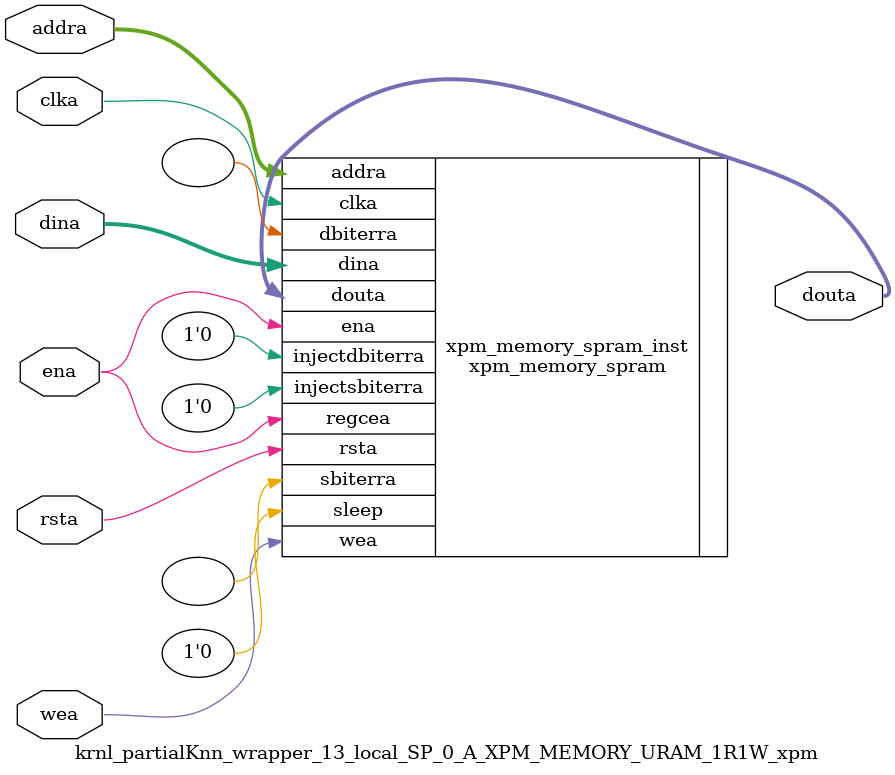
<source format=v>
`timescale 1 ns / 1 ps
module krnl_partialKnn_wrapper_13_local_SP_0_A_XPM_MEMORY_URAM_1R1W_xpm # (
  // Common module parameters
  parameter integer                 MEMORY_SIZE        = 524288,
  parameter                         MEMORY_PRIMITIVE   = "ultra",
  parameter                         ECC_MODE           = "no_ecc",
  parameter                         MEMORY_INIT_FILE   = "none",
  parameter                         WAKEUP_TIME        = "disable_sleep",
  parameter integer                 MESSAGE_CONTROL    = 0,
  // Port A module parameters
  parameter integer                 WRITE_DATA_WIDTH_A = 256,
  parameter integer                 READ_DATA_WIDTH_A  = WRITE_DATA_WIDTH_A,
  parameter integer                 BYTE_WRITE_WIDTH_A = WRITE_DATA_WIDTH_A,
  parameter integer                 ADDR_WIDTH_A       = 11,
  parameter                         READ_RESET_VALUE_A = "0",
  parameter integer                 READ_LATENCY_A     = 1,
  parameter                         WRITE_MODE_A       = "read_first"
) (
  // Port A module ports
  input  wire                                               clka,
  input  wire                                               rsta,
  input  wire                                               ena,
  input  wire [(WRITE_DATA_WIDTH_A/BYTE_WRITE_WIDTH_A)-1:0] wea,
  input  wire [ADDR_WIDTH_A-1:0]                            addra,
  input  wire [WRITE_DATA_WIDTH_A-1:0]                      dina,
  output wire [READ_DATA_WIDTH_A-1:0]                       douta
);
// Set parameter values and connect ports to instantiate an XPM_MEMORY single port RAM configuration
xpm_memory_spram # (
  // Common module parameters
  .MEMORY_SIZE        (MEMORY_SIZE),   //positive integer
  .MEMORY_PRIMITIVE   (MEMORY_PRIMITIVE),      //string; "auto", "distributed", "block" or "ultra";
  .ECC_MODE           (ECC_MODE),      //do not change
  .MEMORY_INIT_FILE   (MEMORY_INIT_FILE), //string; "none" or "<filename>.mem" 
  .MEMORY_INIT_PARAM  (""), //string;
  .WAKEUP_TIME        (WAKEUP_TIME),      //string; "disable_sleep" or "use_sleep_pin"
  .MESSAGE_CONTROL    (MESSAGE_CONTROL),      //do not change
  // Port A module parameters
  .WRITE_DATA_WIDTH_A (WRITE_DATA_WIDTH_A),     //positive integer
  .READ_DATA_WIDTH_A  (READ_DATA_WIDTH_A),     //positive integer
  .BYTE_WRITE_WIDTH_A (BYTE_WRITE_WIDTH_A),     //integer; 8, 9, or WRITE_DATA_WIDTH_A value
  .ADDR_WIDTH_A       (ADDR_WIDTH_A),      //positive integer
  .READ_RESET_VALUE_A (READ_RESET_VALUE_A),  //string
  .READ_LATENCY_A     (READ_LATENCY_A),      //non-negative integer
  .WRITE_MODE_A       (WRITE_MODE_A)       //string; "write_first", "read_first", "no_change"
) xpm_memory_spram_inst (
  // Common module ports
  .sleep          (1'b0),  //do not change
  // Port A module ports
  .clka           (clka),
  .rsta           (rsta),
  .ena            (ena),
  .regcea         (ena),
  .wea            (wea),
  .addra          (addra),
  .dina           (dina),
  .injectsbiterra (1'b0),  //do not change
  .injectdbiterra (1'b0),  //do not change
  .douta          (douta),
  .sbiterra       (),      //do not change
  .dbiterra       ()       //do not change
);
endmodule
</source>
